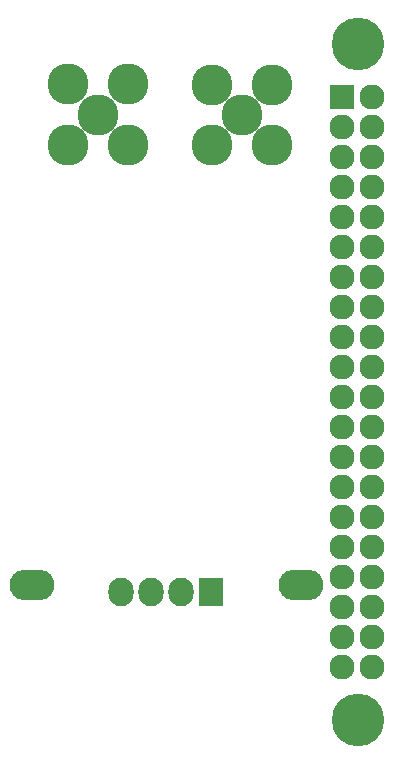
<source format=gbs>
G04 #@! TF.FileFunction,Soldermask,Bot*
%FSLAX46Y46*%
G04 Gerber Fmt 4.6, Leading zero omitted, Abs format (unit mm)*
G04 Created by KiCad (PCBNEW 4.0.0-rc1-stable) date 31.1.2017 13:36:10*
%MOMM*%
G01*
G04 APERTURE LIST*
%ADD10C,0.100000*%
%ADD11R,2.127200X2.127200*%
%ADD12O,2.127200X2.127200*%
%ADD13C,4.464000*%
%ADD14O,3.800000X2.600000*%
%ADD15R,2.127200X2.432000*%
%ADD16O,2.127200X2.432000*%
%ADD17C,3.480000*%
G04 APERTURE END LIST*
D10*
D11*
X28800000Y56640000D03*
D12*
X31340000Y56640000D03*
X28800000Y54100000D03*
X31340000Y54100000D03*
X28800000Y51560000D03*
X31340000Y51560000D03*
X28800000Y49020000D03*
X31340000Y49020000D03*
X28800000Y46480000D03*
X31340000Y46480000D03*
X28800000Y43940000D03*
X31340000Y43940000D03*
X28800000Y41400000D03*
X31340000Y41400000D03*
X28800000Y38860000D03*
X31340000Y38860000D03*
X28800000Y36320000D03*
X31340000Y36320000D03*
X28800000Y33780000D03*
X31340000Y33780000D03*
X28800000Y31240000D03*
X31340000Y31240000D03*
X28800000Y28700000D03*
X31340000Y28700000D03*
X28800000Y26160000D03*
X31340000Y26160000D03*
X28800000Y23620000D03*
X31340000Y23620000D03*
X28800000Y21080000D03*
X31340000Y21080000D03*
X28800000Y18540000D03*
X31340000Y18540000D03*
X28800000Y16000000D03*
X31340000Y16000000D03*
X28800000Y13460000D03*
X31340000Y13460000D03*
X28800000Y10920000D03*
X31340000Y10920000D03*
X28800000Y8380000D03*
X31340000Y8380000D03*
D13*
X30115000Y3880000D03*
X30110000Y61140000D03*
D14*
X2510000Y15320000D03*
D15*
X17710000Y14770000D03*
D16*
X15170000Y14770000D03*
X12630000Y14770000D03*
X10090000Y14770000D03*
D14*
X25310000Y15320000D03*
D17*
X20290000Y55160000D03*
X22830000Y52610000D03*
X17750000Y52610000D03*
X22830000Y57710000D03*
X17750000Y57710000D03*
X8070000Y55170000D03*
X10610000Y52620000D03*
X5530000Y52620000D03*
X10610000Y57720000D03*
X5530000Y57720000D03*
M02*

</source>
